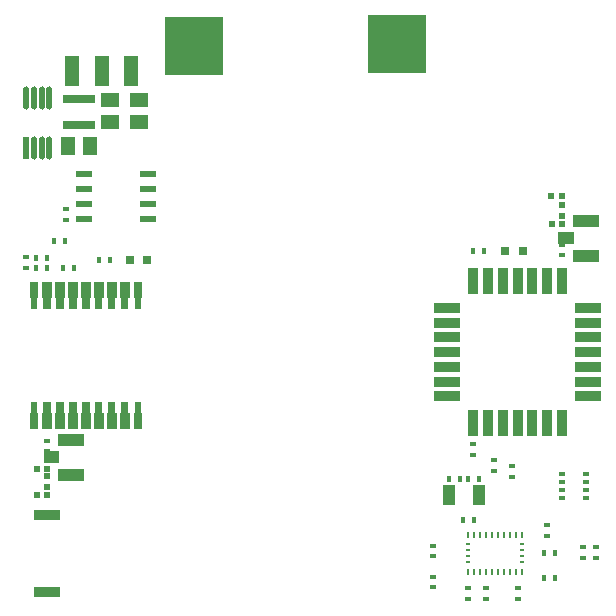
<source format=gbr>
G04*
G04 #@! TF.GenerationSoftware,Altium Limited,Altium Designer,25.5.2 (35)*
G04*
G04 Layer_Color=8421504*
%FSLAX25Y25*%
%MOIN*%
G70*
G04*
G04 #@! TF.SameCoordinates,0BB90384-501E-406B-A6C2-AE9EDDEAC3CB*
G04*
G04*
G04 #@! TF.FilePolarity,Positive*
G04*
G01*
G75*
%ADD19R,0.04724X0.09843*%
%ADD20R,0.02031X0.07694*%
G04:AMPARAMS|DCode=21|XSize=76.94mil|YSize=20.31mil|CornerRadius=10.15mil|HoleSize=0mil|Usage=FLASHONLY|Rotation=90.000|XOffset=0mil|YOffset=0mil|HoleType=Round|Shape=RoundedRectangle|*
%AMROUNDEDRECTD21*
21,1,0.07694,0.00000,0,0,90.0*
21,1,0.05664,0.02031,0,0,90.0*
1,1,0.02031,0.00000,0.02832*
1,1,0.02031,0.00000,-0.02832*
1,1,0.02031,0.00000,-0.02832*
1,1,0.02031,0.00000,0.02832*
%
%ADD21ROUNDEDRECTD21*%
%ADD22R,0.02254X0.01438*%
%ADD23R,0.01968X0.01378*%
%ADD24R,0.01000X0.01900*%
%ADD25R,0.01438X0.02254*%
%ADD26R,0.05118X0.06299*%
%ADD27R,0.05750X0.02200*%
%ADD28R,0.03543X0.09055*%
%ADD29R,0.01500X0.01000*%
%ADD30R,0.08661X0.04134*%
%ADD31R,0.19685X0.19685*%
%ADD32R,0.03150X0.03150*%
%ADD33R,0.06299X0.05118*%
G04:AMPARAMS|DCode=34|XSize=21.65mil|YSize=19.68mil|CornerRadius=2.46mil|HoleSize=0mil|Usage=FLASHONLY|Rotation=270.000|XOffset=0mil|YOffset=0mil|HoleType=Round|Shape=RoundedRectangle|*
%AMROUNDEDRECTD34*
21,1,0.02165,0.01476,0,0,270.0*
21,1,0.01673,0.01968,0,0,270.0*
1,1,0.00492,-0.00738,-0.00837*
1,1,0.00492,-0.00738,0.00837*
1,1,0.00492,0.00738,0.00837*
1,1,0.00492,0.00738,-0.00837*
%
%ADD34ROUNDEDRECTD34*%
%ADD35R,0.09055X0.03543*%
%ADD36R,0.19685X0.19685*%
%ADD37R,0.08503X0.03791*%
%ADD38R,0.01968X0.03937*%
%ADD39R,0.03937X0.03937*%
%ADD40R,0.04134X0.03937*%
G04:AMPARAMS|DCode=41|XSize=21.65mil|YSize=19.68mil|CornerRadius=2.46mil|HoleSize=0mil|Usage=FLASHONLY|Rotation=0.000|XOffset=0mil|YOffset=0mil|HoleType=Round|Shape=RoundedRectangle|*
%AMROUNDEDRECTD41*
21,1,0.02165,0.01476,0,0,0.0*
21,1,0.01673,0.01968,0,0,0.0*
1,1,0.00492,0.00837,-0.00738*
1,1,0.00492,-0.00837,-0.00738*
1,1,0.00492,-0.00837,0.00738*
1,1,0.00492,0.00837,0.00738*
%
%ADD41ROUNDEDRECTD41*%
%ADD42R,0.03950X0.07100*%
%ADD43R,0.10630X0.03150*%
G36*
X6425Y58295D02*
X3669D01*
Y63807D01*
X4063D01*
Y67350D01*
X6032D01*
Y63807D01*
X6425D01*
Y58295D01*
D02*
G37*
G36*
X10953D02*
X7803D01*
Y63807D01*
X8197D01*
Y67350D01*
X10559D01*
Y63807D01*
X10953D01*
Y58295D01*
D02*
G37*
G36*
X15283D02*
X12134D01*
Y63807D01*
X12528D01*
Y67350D01*
X14890D01*
Y63807D01*
X15283D01*
Y58295D01*
D02*
G37*
G36*
X19614D02*
X16465D01*
Y63807D01*
X16858D01*
Y67350D01*
X19220D01*
Y63807D01*
X19614D01*
Y58295D01*
D02*
G37*
G36*
X23945D02*
X20795D01*
Y63807D01*
X21189D01*
Y67350D01*
X23551D01*
Y63807D01*
X23945D01*
Y58295D01*
D02*
G37*
G36*
X28276D02*
X25126D01*
Y63807D01*
X25520D01*
Y67350D01*
X27882D01*
Y63807D01*
X28276D01*
Y58295D01*
D02*
G37*
G36*
X32606D02*
X29457D01*
Y63807D01*
X29850D01*
Y67350D01*
X32213D01*
Y63807D01*
X32606D01*
Y58295D01*
D02*
G37*
G36*
X36937D02*
X33787D01*
Y63807D01*
X34181D01*
Y67350D01*
X36543D01*
Y63807D01*
X36937D01*
Y58295D01*
D02*
G37*
G36*
X41071D02*
X38315D01*
Y63807D01*
X38709D01*
Y67350D01*
X40677D01*
Y63807D01*
X41071D01*
Y58295D01*
D02*
G37*
G36*
X3669Y107508D02*
X6425D01*
Y101996D01*
X6032D01*
Y98453D01*
X4063D01*
Y101996D01*
X3669D01*
Y107508D01*
D02*
G37*
G36*
X7803D02*
X10953D01*
Y101996D01*
X10559D01*
Y98453D01*
X8197D01*
Y101996D01*
X7803D01*
Y107508D01*
D02*
G37*
G36*
X12134D02*
X15283D01*
Y101996D01*
X14890D01*
Y98453D01*
X12528D01*
Y101996D01*
X12134D01*
Y107508D01*
D02*
G37*
G36*
X16465D02*
X19614D01*
Y101996D01*
X19220D01*
Y98453D01*
X16858D01*
Y101996D01*
X16465D01*
Y107508D01*
D02*
G37*
G36*
X20795D02*
X23945D01*
Y101996D01*
X23551D01*
Y98453D01*
X21189D01*
Y101996D01*
X20795D01*
Y107508D01*
D02*
G37*
G36*
X25126D02*
X28276D01*
Y101996D01*
X27882D01*
Y98453D01*
X25520D01*
Y101996D01*
X25126D01*
Y107508D01*
D02*
G37*
G36*
X29457D02*
X32606D01*
Y101996D01*
X32213D01*
Y98453D01*
X29850D01*
Y101996D01*
X29457D01*
Y107508D01*
D02*
G37*
G36*
X38315D02*
X41071D01*
Y101996D01*
X40677D01*
Y98453D01*
X38709D01*
Y101996D01*
X38315D01*
Y107508D01*
D02*
G37*
G36*
X33787D02*
X36937D01*
Y101996D01*
X36543D01*
Y98453D01*
X34181D01*
Y101996D01*
X33787D01*
Y107508D01*
D02*
G37*
D19*
X17772Y177773D02*
D03*
X27614D02*
D03*
X37457D02*
D03*
D20*
X2461Y151934D02*
D03*
D21*
X5020D02*
D03*
X7579D02*
D03*
X10138D02*
D03*
Y168866D02*
D03*
X7579D02*
D03*
X5020D02*
D03*
X2461D02*
D03*
D22*
X166339Y5225D02*
D03*
Y1650D02*
D03*
X176181Y22819D02*
D03*
X158465Y48047D02*
D03*
X164370Y46079D02*
D03*
X151500Y53287D02*
D03*
X192520Y15535D02*
D03*
X188189D02*
D03*
X15748Y128134D02*
D03*
X138031Y19487D02*
D03*
X155700Y5225D02*
D03*
Y1650D02*
D03*
X188189Y19110D02*
D03*
X192520D02*
D03*
X151500Y49713D02*
D03*
X15748Y131709D02*
D03*
X138031Y5576D02*
D03*
X149800Y1650D02*
D03*
X2400Y115587D02*
D03*
X158465Y44472D02*
D03*
X138031Y15913D02*
D03*
Y9150D02*
D03*
X176181Y26394D02*
D03*
X164370Y42504D02*
D03*
X9400Y54487D02*
D03*
Y50913D02*
D03*
X181000Y119787D02*
D03*
Y116213D02*
D03*
X2400Y112013D02*
D03*
X149800Y5225D02*
D03*
D23*
X189075Y43209D02*
D03*
Y40650D02*
D03*
Y35531D02*
D03*
X181004D02*
D03*
X189075Y38091D02*
D03*
X181004Y43209D02*
D03*
Y38091D02*
D03*
Y40650D02*
D03*
D24*
X151826Y23100D02*
D03*
X167574D02*
D03*
X159700Y10800D02*
D03*
X149857D02*
D03*
X151826D02*
D03*
X153794D02*
D03*
X155763D02*
D03*
X161668D02*
D03*
X163637D02*
D03*
X167574D02*
D03*
X165605Y23100D02*
D03*
X163637D02*
D03*
X161668D02*
D03*
X159700D02*
D03*
X155763D02*
D03*
X153794D02*
D03*
X149857D02*
D03*
X157731D02*
D03*
Y10800D02*
D03*
X165605D02*
D03*
D25*
X151787Y27953D02*
D03*
X178772Y16900D02*
D03*
X11730Y121000D02*
D03*
X9287Y115500D02*
D03*
X14713Y112100D02*
D03*
X9287D02*
D03*
X175197Y16900D02*
D03*
X5713Y112100D02*
D03*
Y115500D02*
D03*
X147063Y41732D02*
D03*
X148213Y27953D02*
D03*
X149787Y41732D02*
D03*
X178772Y8858D02*
D03*
X15305Y121000D02*
D03*
X143488Y41732D02*
D03*
X155087Y117700D02*
D03*
X151513D02*
D03*
X153362Y41732D02*
D03*
X26713Y114600D02*
D03*
X30287D02*
D03*
X18287Y112100D02*
D03*
X175197Y8858D02*
D03*
D26*
X16360Y152700D02*
D03*
X23840D02*
D03*
D27*
X21755Y128327D02*
D03*
X43205Y143327D02*
D03*
Y128327D02*
D03*
X21755Y143327D02*
D03*
X43205Y138327D02*
D03*
X21755Y133327D02*
D03*
Y138327D02*
D03*
X43205Y133327D02*
D03*
D28*
X151472Y60356D02*
D03*
X181000D02*
D03*
X156393D02*
D03*
X176079Y107600D02*
D03*
X171157Y60356D02*
D03*
X161315D02*
D03*
X171157Y107600D02*
D03*
X166236Y60356D02*
D03*
X176079D02*
D03*
X181000Y107600D02*
D03*
X166236D02*
D03*
X161315D02*
D03*
X156393D02*
D03*
X151472D02*
D03*
D29*
X149616Y17934D02*
D03*
Y15966D02*
D03*
Y13997D02*
D03*
X167816D02*
D03*
Y15966D02*
D03*
Y17934D02*
D03*
X149616Y19903D02*
D03*
X167816D02*
D03*
D30*
X189041Y116093D02*
D03*
Y127707D02*
D03*
X17400Y54807D02*
D03*
Y43193D02*
D03*
D31*
X58430Y186183D02*
D03*
D32*
X42815Y114665D02*
D03*
X168053Y117700D02*
D03*
X36909Y114665D02*
D03*
X162147Y117700D02*
D03*
D33*
X30512Y168110D02*
D03*
X39900Y160630D02*
D03*
X30512D02*
D03*
X39900Y168110D02*
D03*
D34*
X177628Y126600D02*
D03*
X177528Y136100D02*
D03*
X5928Y45200D02*
D03*
Y36300D02*
D03*
X9472D02*
D03*
X181172Y126600D02*
D03*
X181072Y136100D02*
D03*
X9472Y45200D02*
D03*
D35*
X189858Y98742D02*
D03*
X142614D02*
D03*
X189858Y83978D02*
D03*
Y69214D02*
D03*
Y79057D02*
D03*
X142614Y83978D02*
D03*
X189858Y74135D02*
D03*
Y93821D02*
D03*
Y88899D02*
D03*
X142614Y74135D02*
D03*
Y93821D02*
D03*
Y88899D02*
D03*
Y79057D02*
D03*
Y69214D02*
D03*
D36*
X126170Y186620D02*
D03*
D37*
X9299Y4100D02*
D03*
Y29790D02*
D03*
D38*
X9252Y49016D02*
D03*
D39*
X181843Y121890D02*
D03*
D40*
X183037Y121900D02*
D03*
X11396Y49000D02*
D03*
D41*
X9500Y39128D02*
D03*
Y42672D02*
D03*
X181100Y133072D02*
D03*
Y129528D02*
D03*
D42*
X153350Y36220D02*
D03*
X143500D02*
D03*
D43*
X20000Y159838D02*
D03*
Y168500D02*
D03*
M02*

</source>
